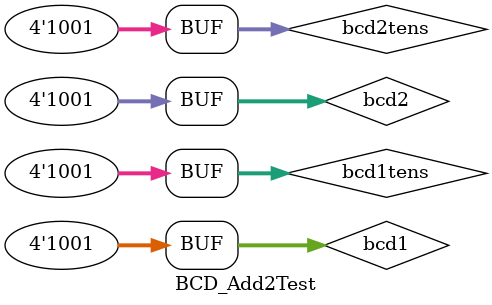
<source format=sv>

module BCD_Add2(input [3:0]bcdAones,input [3:0]bcdAtens,
					input [3:0]bcdBones,input [3:0]bcdBtens, 
					output logic [3:0] hundreds, output logic [3:0] tens,output logic [3:0]ones);

logic[4:0] T0;
logic[3:0] Z0;
logic[3:0] C1;
logic[4:0] T1;
logic[3:0] Z1;
logic[3:0] C2;
always @ *
begin
T0<=bcdAones+bcdBones;
	if(T0>9)
	begin
		Z0<=10;
		C1<=1;

	end
	else
	begin
	   Z0<=0;
		C1<=0;
	end
ones<=T0-Z0;

end	
always @ *
begin
T1<=bcdAtens+bcdBtens+C1;
	if(T1>9)
	begin
		Z1<=10;
		C2<=1;

	end
	else
	begin
	   Z1<=0;
		C2<=0;
	end
tens<=T1-Z1;
hundreds<=C2;
end	
						



						
endmodule 


module BCD_Add2Test();
reg [0:3]bcd1;
reg [0:3]bcd2;
reg [0:3]bcd1tens;
reg [0:3]bcd2tens;
reg [0:3]hundreds;
reg [0:3]tens;
reg [0:3]ones;

BCD_Add2 test(bcd1,bcd1tens,bcd2,bcd2tens,hundreds,tens,ones);
initial begin
for(int i=0;i<10;i++)
	begin
	bcd1=i;
	for(int j=0;j<10;j++)
		begin
		bcd2=j;
		for(int k=0;k<10;k++)
			begin
			bcd1tens=k;
			for(int l=0;l<10;l++)
			begin
			bcd2tens=l;#10;
			end
			end

		end
	end

end

endmodule 
</source>
